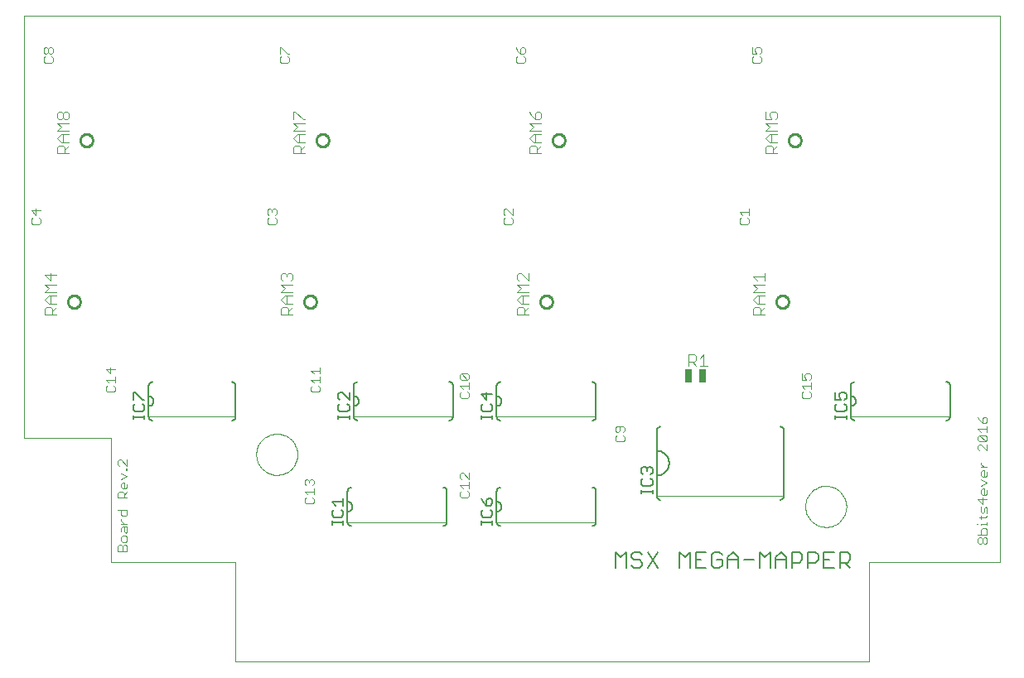
<source format=gto>
G75*
%MOIN*%
%OFA0B0*%
%FSLAX24Y24*%
%IPPOS*%
%LPD*%
%AMOC8*
5,1,8,0,0,1.08239X$1,22.5*
%
%ADD10C,0.0000*%
%ADD11C,0.0060*%
%ADD12C,0.0030*%
%ADD13C,0.0020*%
%ADD14C,0.0050*%
%ADD15C,0.0100*%
%ADD16C,0.0040*%
%ADD17R,0.0256X0.0551*%
D10*
X005180Y005180D02*
X010180Y005180D01*
X010180Y001180D01*
X035680Y001180D01*
X035680Y005180D01*
X040930Y005180D01*
X040930Y027180D01*
X001680Y027180D01*
X001680Y010180D01*
X005180Y010180D01*
X005180Y005180D01*
X011009Y009534D02*
X011011Y009591D01*
X011017Y009648D01*
X011027Y009704D01*
X011040Y009760D01*
X011058Y009814D01*
X011079Y009867D01*
X011104Y009918D01*
X011132Y009968D01*
X011164Y010015D01*
X011198Y010061D01*
X011236Y010103D01*
X011277Y010143D01*
X011320Y010181D01*
X011366Y010215D01*
X011414Y010245D01*
X011464Y010273D01*
X011516Y010297D01*
X011570Y010317D01*
X011624Y010333D01*
X011680Y010346D01*
X011736Y010355D01*
X011793Y010360D01*
X011850Y010361D01*
X011907Y010358D01*
X011964Y010351D01*
X012020Y010340D01*
X012075Y010326D01*
X012129Y010307D01*
X012182Y010285D01*
X012233Y010260D01*
X012282Y010230D01*
X012329Y010198D01*
X012374Y010162D01*
X012416Y010124D01*
X012455Y010082D01*
X012491Y010038D01*
X012525Y009992D01*
X012555Y009943D01*
X012581Y009893D01*
X012604Y009841D01*
X012623Y009787D01*
X012639Y009732D01*
X012651Y009676D01*
X012659Y009619D01*
X012663Y009563D01*
X012663Y009505D01*
X012659Y009449D01*
X012651Y009392D01*
X012639Y009336D01*
X012623Y009281D01*
X012604Y009227D01*
X012581Y009175D01*
X012555Y009125D01*
X012525Y009076D01*
X012491Y009030D01*
X012455Y008986D01*
X012416Y008944D01*
X012374Y008906D01*
X012329Y008870D01*
X012282Y008838D01*
X012233Y008808D01*
X012182Y008783D01*
X012129Y008761D01*
X012075Y008742D01*
X012020Y008728D01*
X011964Y008717D01*
X011907Y008710D01*
X011850Y008707D01*
X011793Y008708D01*
X011736Y008713D01*
X011680Y008722D01*
X011624Y008735D01*
X011570Y008751D01*
X011516Y008771D01*
X011464Y008795D01*
X011414Y008823D01*
X011366Y008853D01*
X011320Y008887D01*
X011277Y008925D01*
X011236Y008965D01*
X011198Y009007D01*
X011164Y009053D01*
X011132Y009100D01*
X011104Y009150D01*
X011079Y009201D01*
X011058Y009254D01*
X011040Y009308D01*
X011027Y009364D01*
X011017Y009420D01*
X011011Y009477D01*
X011009Y009534D01*
X033098Y007435D02*
X033100Y007492D01*
X033106Y007549D01*
X033116Y007605D01*
X033129Y007661D01*
X033147Y007715D01*
X033168Y007768D01*
X033193Y007819D01*
X033221Y007869D01*
X033253Y007916D01*
X033287Y007962D01*
X033325Y008004D01*
X033366Y008044D01*
X033409Y008082D01*
X033455Y008116D01*
X033503Y008146D01*
X033553Y008174D01*
X033605Y008198D01*
X033659Y008218D01*
X033713Y008234D01*
X033769Y008247D01*
X033825Y008256D01*
X033882Y008261D01*
X033939Y008262D01*
X033996Y008259D01*
X034053Y008252D01*
X034109Y008241D01*
X034164Y008227D01*
X034218Y008208D01*
X034271Y008186D01*
X034322Y008161D01*
X034371Y008131D01*
X034418Y008099D01*
X034463Y008063D01*
X034505Y008025D01*
X034544Y007983D01*
X034580Y007939D01*
X034614Y007893D01*
X034644Y007844D01*
X034670Y007794D01*
X034693Y007742D01*
X034712Y007688D01*
X034728Y007633D01*
X034740Y007577D01*
X034748Y007520D01*
X034752Y007464D01*
X034752Y007406D01*
X034748Y007350D01*
X034740Y007293D01*
X034728Y007237D01*
X034712Y007182D01*
X034693Y007128D01*
X034670Y007076D01*
X034644Y007026D01*
X034614Y006977D01*
X034580Y006931D01*
X034544Y006887D01*
X034505Y006845D01*
X034463Y006807D01*
X034418Y006771D01*
X034371Y006739D01*
X034322Y006709D01*
X034271Y006684D01*
X034218Y006662D01*
X034164Y006643D01*
X034109Y006629D01*
X034053Y006618D01*
X033996Y006611D01*
X033939Y006608D01*
X033882Y006609D01*
X033825Y006614D01*
X033769Y006623D01*
X033713Y006636D01*
X033659Y006652D01*
X033605Y006672D01*
X033553Y006696D01*
X033503Y006724D01*
X033455Y006754D01*
X033409Y006788D01*
X033366Y006826D01*
X033325Y006866D01*
X033287Y006908D01*
X033253Y006954D01*
X033221Y007001D01*
X033193Y007051D01*
X033168Y007102D01*
X033147Y007155D01*
X033129Y007209D01*
X033116Y007265D01*
X033106Y007321D01*
X033100Y007378D01*
X033098Y007435D01*
D11*
X032240Y007860D02*
X032240Y010500D01*
X032238Y010523D01*
X032233Y010546D01*
X032224Y010568D01*
X032211Y010588D01*
X032196Y010606D01*
X032178Y010621D01*
X032158Y010634D01*
X032136Y010643D01*
X032113Y010648D01*
X032090Y010650D01*
X034930Y011060D02*
X034930Y011480D01*
X034930Y011880D01*
X034930Y012300D01*
X034932Y012323D01*
X034937Y012346D01*
X034946Y012368D01*
X034959Y012388D01*
X034974Y012406D01*
X034992Y012421D01*
X035012Y012434D01*
X035034Y012443D01*
X035057Y012448D01*
X035080Y012450D01*
X034930Y011880D02*
X034957Y011878D01*
X034984Y011873D01*
X035010Y011863D01*
X035034Y011851D01*
X035056Y011835D01*
X035076Y011817D01*
X035093Y011795D01*
X035108Y011772D01*
X035118Y011747D01*
X035126Y011721D01*
X035130Y011694D01*
X035130Y011666D01*
X035126Y011639D01*
X035118Y011613D01*
X035108Y011588D01*
X035093Y011565D01*
X035076Y011543D01*
X035056Y011525D01*
X035034Y011509D01*
X035010Y011497D01*
X034984Y011487D01*
X034957Y011482D01*
X034930Y011480D01*
X034930Y011060D02*
X034932Y011037D01*
X034937Y011014D01*
X034946Y010992D01*
X034959Y010972D01*
X034974Y010954D01*
X034992Y010939D01*
X035012Y010926D01*
X035034Y010917D01*
X035057Y010912D01*
X035080Y010910D01*
X038780Y010910D02*
X038803Y010912D01*
X038826Y010917D01*
X038848Y010926D01*
X038868Y010939D01*
X038886Y010954D01*
X038901Y010972D01*
X038914Y010992D01*
X038923Y011014D01*
X038928Y011037D01*
X038930Y011060D01*
X038930Y012300D01*
X038928Y012323D01*
X038923Y012346D01*
X038914Y012368D01*
X038901Y012388D01*
X038886Y012406D01*
X038868Y012421D01*
X038848Y012434D01*
X038826Y012443D01*
X038803Y012448D01*
X038780Y012450D01*
X032240Y007860D02*
X032238Y007837D01*
X032233Y007814D01*
X032224Y007792D01*
X032211Y007772D01*
X032196Y007754D01*
X032178Y007739D01*
X032158Y007726D01*
X032136Y007717D01*
X032113Y007712D01*
X032090Y007710D01*
X032119Y005601D02*
X032333Y005387D01*
X032333Y004960D01*
X032550Y004960D02*
X032550Y005601D01*
X032870Y005601D01*
X032977Y005494D01*
X032977Y005280D01*
X032870Y005174D01*
X032550Y005174D01*
X032333Y005280D02*
X031905Y005280D01*
X031905Y005387D02*
X032119Y005601D01*
X031905Y005387D02*
X031905Y004960D01*
X031688Y004960D02*
X031688Y005601D01*
X031474Y005387D01*
X031261Y005601D01*
X031261Y004960D01*
X031043Y005280D02*
X030616Y005280D01*
X030399Y005280D02*
X029972Y005280D01*
X029972Y005387D02*
X030185Y005601D01*
X030399Y005387D01*
X030399Y004960D01*
X029972Y004960D02*
X029972Y005387D01*
X029754Y005280D02*
X029541Y005280D01*
X029754Y005280D02*
X029754Y005067D01*
X029648Y004960D01*
X029434Y004960D01*
X029327Y005067D01*
X029327Y005494D01*
X029434Y005601D01*
X029648Y005601D01*
X029754Y005494D01*
X029110Y005601D02*
X028683Y005601D01*
X028683Y004960D01*
X029110Y004960D01*
X028896Y005280D02*
X028683Y005280D01*
X028465Y004960D02*
X028465Y005601D01*
X028252Y005387D01*
X028038Y005601D01*
X028038Y004960D01*
X027176Y004960D02*
X026749Y005601D01*
X026532Y005494D02*
X026425Y005601D01*
X026211Y005601D01*
X026105Y005494D01*
X026105Y005387D01*
X026211Y005280D01*
X026425Y005280D01*
X026532Y005174D01*
X026532Y005067D01*
X026425Y004960D01*
X026211Y004960D01*
X026105Y005067D01*
X025887Y004960D02*
X025887Y005601D01*
X025674Y005387D01*
X025460Y005601D01*
X025460Y004960D01*
X026749Y004960D02*
X027176Y005601D01*
X024680Y006810D02*
X024680Y008050D01*
X024678Y008073D01*
X024673Y008096D01*
X024664Y008118D01*
X024651Y008138D01*
X024636Y008156D01*
X024618Y008171D01*
X024598Y008184D01*
X024576Y008193D01*
X024553Y008198D01*
X024530Y008200D01*
X024680Y006810D02*
X024678Y006787D01*
X024673Y006764D01*
X024664Y006742D01*
X024651Y006722D01*
X024636Y006704D01*
X024618Y006689D01*
X024598Y006676D01*
X024576Y006667D01*
X024553Y006662D01*
X024530Y006660D01*
X027120Y007860D02*
X027120Y008680D01*
X027120Y009680D01*
X027120Y010500D01*
X027122Y010523D01*
X027127Y010546D01*
X027136Y010568D01*
X027149Y010588D01*
X027164Y010606D01*
X027182Y010621D01*
X027202Y010634D01*
X027224Y010643D01*
X027247Y010648D01*
X027270Y010650D01*
X027120Y009680D02*
X027164Y009678D01*
X027207Y009672D01*
X027249Y009663D01*
X027291Y009650D01*
X027331Y009633D01*
X027370Y009613D01*
X027407Y009590D01*
X027441Y009563D01*
X027474Y009534D01*
X027503Y009501D01*
X027530Y009467D01*
X027553Y009430D01*
X027573Y009391D01*
X027590Y009351D01*
X027603Y009309D01*
X027612Y009267D01*
X027618Y009224D01*
X027620Y009180D01*
X027618Y009136D01*
X027612Y009093D01*
X027603Y009051D01*
X027590Y009009D01*
X027573Y008969D01*
X027553Y008930D01*
X027530Y008893D01*
X027503Y008859D01*
X027474Y008826D01*
X027441Y008797D01*
X027407Y008770D01*
X027370Y008747D01*
X027331Y008727D01*
X027291Y008710D01*
X027249Y008697D01*
X027207Y008688D01*
X027164Y008682D01*
X027120Y008680D01*
X027120Y007860D02*
X027122Y007837D01*
X027127Y007814D01*
X027136Y007792D01*
X027149Y007772D01*
X027164Y007754D01*
X027182Y007739D01*
X027202Y007726D01*
X027224Y007717D01*
X027247Y007712D01*
X027270Y007710D01*
X024680Y011060D02*
X024680Y012300D01*
X024678Y012323D01*
X024673Y012346D01*
X024664Y012368D01*
X024651Y012388D01*
X024636Y012406D01*
X024618Y012421D01*
X024598Y012434D01*
X024576Y012443D01*
X024553Y012448D01*
X024530Y012450D01*
X024680Y011060D02*
X024678Y011037D01*
X024673Y011014D01*
X024664Y010992D01*
X024651Y010972D01*
X024636Y010954D01*
X024618Y010939D01*
X024598Y010926D01*
X024576Y010917D01*
X024553Y010912D01*
X024530Y010910D01*
X020830Y010910D02*
X020807Y010912D01*
X020784Y010917D01*
X020762Y010926D01*
X020742Y010939D01*
X020724Y010954D01*
X020709Y010972D01*
X020696Y010992D01*
X020687Y011014D01*
X020682Y011037D01*
X020680Y011060D01*
X020680Y011480D01*
X020680Y011880D01*
X020680Y012300D01*
X020682Y012323D01*
X020687Y012346D01*
X020696Y012368D01*
X020709Y012388D01*
X020724Y012406D01*
X020742Y012421D01*
X020762Y012434D01*
X020784Y012443D01*
X020807Y012448D01*
X020830Y012450D01*
X020680Y011880D02*
X020707Y011878D01*
X020734Y011873D01*
X020760Y011863D01*
X020784Y011851D01*
X020806Y011835D01*
X020826Y011817D01*
X020843Y011795D01*
X020858Y011772D01*
X020868Y011747D01*
X020876Y011721D01*
X020880Y011694D01*
X020880Y011666D01*
X020876Y011639D01*
X020868Y011613D01*
X020858Y011588D01*
X020843Y011565D01*
X020826Y011543D01*
X020806Y011525D01*
X020784Y011509D01*
X020760Y011497D01*
X020734Y011487D01*
X020707Y011482D01*
X020680Y011480D01*
X018930Y011060D02*
X018930Y012300D01*
X018928Y012323D01*
X018923Y012346D01*
X018914Y012368D01*
X018901Y012388D01*
X018886Y012406D01*
X018868Y012421D01*
X018848Y012434D01*
X018826Y012443D01*
X018803Y012448D01*
X018780Y012450D01*
X018930Y011060D02*
X018928Y011037D01*
X018923Y011014D01*
X018914Y010992D01*
X018901Y010972D01*
X018886Y010954D01*
X018868Y010939D01*
X018848Y010926D01*
X018826Y010917D01*
X018803Y010912D01*
X018780Y010910D01*
X015080Y010910D02*
X015057Y010912D01*
X015034Y010917D01*
X015012Y010926D01*
X014992Y010939D01*
X014974Y010954D01*
X014959Y010972D01*
X014946Y010992D01*
X014937Y011014D01*
X014932Y011037D01*
X014930Y011060D01*
X014930Y011480D01*
X014930Y011880D01*
X014930Y012300D01*
X014932Y012323D01*
X014937Y012346D01*
X014946Y012368D01*
X014959Y012388D01*
X014974Y012406D01*
X014992Y012421D01*
X015012Y012434D01*
X015034Y012443D01*
X015057Y012448D01*
X015080Y012450D01*
X014930Y011880D02*
X014957Y011878D01*
X014984Y011873D01*
X015010Y011863D01*
X015034Y011851D01*
X015056Y011835D01*
X015076Y011817D01*
X015093Y011795D01*
X015108Y011772D01*
X015118Y011747D01*
X015126Y011721D01*
X015130Y011694D01*
X015130Y011666D01*
X015126Y011639D01*
X015118Y011613D01*
X015108Y011588D01*
X015093Y011565D01*
X015076Y011543D01*
X015056Y011525D01*
X015034Y011509D01*
X015010Y011497D01*
X014984Y011487D01*
X014957Y011482D01*
X014930Y011480D01*
X010180Y011060D02*
X010180Y012300D01*
X010178Y012323D01*
X010173Y012346D01*
X010164Y012368D01*
X010151Y012388D01*
X010136Y012406D01*
X010118Y012421D01*
X010098Y012434D01*
X010076Y012443D01*
X010053Y012448D01*
X010030Y012450D01*
X010180Y011060D02*
X010178Y011037D01*
X010173Y011014D01*
X010164Y010992D01*
X010151Y010972D01*
X010136Y010954D01*
X010118Y010939D01*
X010098Y010926D01*
X010076Y010917D01*
X010053Y010912D01*
X010030Y010910D01*
X006830Y010910D02*
X006807Y010912D01*
X006784Y010917D01*
X006762Y010926D01*
X006742Y010939D01*
X006724Y010954D01*
X006709Y010972D01*
X006696Y010992D01*
X006687Y011014D01*
X006682Y011037D01*
X006680Y011060D01*
X006680Y011480D01*
X006680Y011880D01*
X006680Y012300D01*
X006682Y012323D01*
X006687Y012346D01*
X006696Y012368D01*
X006709Y012388D01*
X006724Y012406D01*
X006742Y012421D01*
X006762Y012434D01*
X006784Y012443D01*
X006807Y012448D01*
X006830Y012450D01*
X006680Y011880D02*
X006707Y011878D01*
X006734Y011873D01*
X006760Y011863D01*
X006784Y011851D01*
X006806Y011835D01*
X006826Y011817D01*
X006843Y011795D01*
X006858Y011772D01*
X006868Y011747D01*
X006876Y011721D01*
X006880Y011694D01*
X006880Y011666D01*
X006876Y011639D01*
X006868Y011613D01*
X006858Y011588D01*
X006843Y011565D01*
X006826Y011543D01*
X006806Y011525D01*
X006784Y011509D01*
X006760Y011497D01*
X006734Y011487D01*
X006707Y011482D01*
X006680Y011480D01*
X014680Y008050D02*
X014680Y007630D01*
X014680Y007230D01*
X014680Y006810D01*
X014682Y006787D01*
X014687Y006764D01*
X014696Y006742D01*
X014709Y006722D01*
X014724Y006704D01*
X014742Y006689D01*
X014762Y006676D01*
X014784Y006667D01*
X014807Y006662D01*
X014830Y006660D01*
X014680Y007230D02*
X014707Y007232D01*
X014734Y007237D01*
X014760Y007247D01*
X014784Y007259D01*
X014806Y007275D01*
X014826Y007293D01*
X014843Y007315D01*
X014858Y007338D01*
X014868Y007363D01*
X014876Y007389D01*
X014880Y007416D01*
X014880Y007444D01*
X014876Y007471D01*
X014868Y007497D01*
X014858Y007522D01*
X014843Y007545D01*
X014826Y007567D01*
X014806Y007585D01*
X014784Y007601D01*
X014760Y007613D01*
X014734Y007623D01*
X014707Y007628D01*
X014680Y007630D01*
X014680Y008050D02*
X014682Y008073D01*
X014687Y008096D01*
X014696Y008118D01*
X014709Y008138D01*
X014724Y008156D01*
X014742Y008171D01*
X014762Y008184D01*
X014784Y008193D01*
X014807Y008198D01*
X014830Y008200D01*
X018530Y008200D02*
X018553Y008198D01*
X018576Y008193D01*
X018598Y008184D01*
X018618Y008171D01*
X018636Y008156D01*
X018651Y008138D01*
X018664Y008118D01*
X018673Y008096D01*
X018678Y008073D01*
X018680Y008050D01*
X018680Y006810D01*
X018678Y006787D01*
X018673Y006764D01*
X018664Y006742D01*
X018651Y006722D01*
X018636Y006704D01*
X018618Y006689D01*
X018598Y006676D01*
X018576Y006667D01*
X018553Y006662D01*
X018530Y006660D01*
X020680Y006810D02*
X020680Y007230D01*
X020680Y007630D01*
X020680Y008050D01*
X020682Y008073D01*
X020687Y008096D01*
X020696Y008118D01*
X020709Y008138D01*
X020724Y008156D01*
X020742Y008171D01*
X020762Y008184D01*
X020784Y008193D01*
X020807Y008198D01*
X020830Y008200D01*
X020680Y007630D02*
X020707Y007628D01*
X020734Y007623D01*
X020760Y007613D01*
X020784Y007601D01*
X020806Y007585D01*
X020826Y007567D01*
X020843Y007545D01*
X020858Y007522D01*
X020868Y007497D01*
X020876Y007471D01*
X020880Y007444D01*
X020880Y007416D01*
X020876Y007389D01*
X020868Y007363D01*
X020858Y007338D01*
X020843Y007315D01*
X020826Y007293D01*
X020806Y007275D01*
X020784Y007259D01*
X020760Y007247D01*
X020734Y007237D01*
X020707Y007232D01*
X020680Y007230D01*
X020680Y006810D02*
X020682Y006787D01*
X020687Y006764D01*
X020696Y006742D01*
X020709Y006722D01*
X020724Y006704D01*
X020742Y006689D01*
X020762Y006676D01*
X020784Y006667D01*
X020807Y006662D01*
X020830Y006660D01*
X033195Y005601D02*
X033195Y004960D01*
X033195Y005174D02*
X033515Y005174D01*
X033622Y005280D01*
X033622Y005494D01*
X033515Y005601D01*
X033195Y005601D01*
X033839Y005601D02*
X033839Y004960D01*
X034266Y004960D01*
X034484Y004960D02*
X034484Y005601D01*
X034804Y005601D01*
X034911Y005494D01*
X034911Y005280D01*
X034804Y005174D01*
X034484Y005174D01*
X034697Y005174D02*
X034911Y004960D01*
X034266Y005601D02*
X033839Y005601D01*
X033839Y005280D02*
X034053Y005280D01*
D12*
X040045Y006007D02*
X040106Y005945D01*
X040168Y005945D01*
X040230Y006007D01*
X040230Y006130D01*
X040292Y006192D01*
X040353Y006192D01*
X040415Y006130D01*
X040415Y006007D01*
X040353Y005945D01*
X040292Y005945D01*
X040230Y006007D01*
X040230Y006130D02*
X040168Y006192D01*
X040106Y006192D01*
X040045Y006130D01*
X040045Y006007D01*
X040045Y006313D02*
X040415Y006313D01*
X040415Y006498D01*
X040353Y006560D01*
X040230Y006560D01*
X040168Y006498D01*
X040168Y006313D01*
X040168Y006682D02*
X040168Y006743D01*
X040415Y006743D01*
X040415Y006682D02*
X040415Y006805D01*
X040353Y006989D02*
X040106Y006989D01*
X040168Y006927D02*
X040168Y007051D01*
X040230Y007173D02*
X040168Y007234D01*
X040168Y007420D01*
X040230Y007541D02*
X040230Y007788D01*
X040230Y007909D02*
X040168Y007971D01*
X040168Y008095D01*
X040230Y008156D01*
X040292Y008156D01*
X040292Y007909D01*
X040353Y007909D02*
X040230Y007909D01*
X040353Y007909D02*
X040415Y007971D01*
X040415Y008095D01*
X040415Y008401D02*
X040168Y008278D01*
X040168Y008525D02*
X040415Y008401D01*
X040353Y008646D02*
X040230Y008646D01*
X040168Y008708D01*
X040168Y008831D01*
X040230Y008893D01*
X040292Y008893D01*
X040292Y008646D01*
X040353Y008646D02*
X040415Y008708D01*
X040415Y008831D01*
X040415Y009014D02*
X040168Y009014D01*
X040292Y009014D02*
X040168Y009138D01*
X040168Y009199D01*
X040106Y009690D02*
X040045Y009751D01*
X040045Y009875D01*
X040106Y009936D01*
X040168Y009936D01*
X040415Y009690D01*
X040415Y009936D01*
X040353Y010058D02*
X040106Y010305D01*
X040353Y010305D01*
X040415Y010243D01*
X040415Y010120D01*
X040353Y010058D01*
X040106Y010058D01*
X040045Y010120D01*
X040045Y010243D01*
X040106Y010305D01*
X040168Y010426D02*
X040045Y010550D01*
X040415Y010550D01*
X040415Y010673D02*
X040415Y010426D01*
X040353Y010794D02*
X040230Y010794D01*
X040230Y010980D01*
X040292Y011041D01*
X040353Y011041D01*
X040415Y010980D01*
X040415Y010856D01*
X040353Y010794D01*
X040230Y010794D02*
X040106Y010918D01*
X040045Y011041D01*
X040045Y007726D02*
X040230Y007541D01*
X040353Y007420D02*
X040292Y007358D01*
X040292Y007234D01*
X040230Y007173D01*
X040415Y007173D02*
X040415Y007358D01*
X040353Y007420D01*
X040415Y007726D02*
X040045Y007726D01*
X040415Y007051D02*
X040353Y006989D01*
X040045Y006743D02*
X039983Y006743D01*
X033321Y011863D02*
X033321Y011986D01*
X033259Y012048D01*
X033321Y012170D02*
X033321Y012416D01*
X033321Y012293D02*
X032950Y012293D01*
X033074Y012170D01*
X033012Y012048D02*
X032950Y011986D01*
X032950Y011863D01*
X033012Y011801D01*
X033259Y011801D01*
X033321Y011863D01*
X033259Y012538D02*
X033321Y012600D01*
X033321Y012723D01*
X033259Y012785D01*
X033135Y012785D01*
X033074Y012723D01*
X033074Y012661D01*
X033135Y012538D01*
X032950Y012538D01*
X032950Y012785D01*
X025821Y010605D02*
X025821Y010481D01*
X025759Y010420D01*
X025759Y010298D02*
X025821Y010236D01*
X025821Y010113D01*
X025759Y010051D01*
X025512Y010051D01*
X025450Y010113D01*
X025450Y010236D01*
X025512Y010298D01*
X025512Y010420D02*
X025574Y010420D01*
X025635Y010481D01*
X025635Y010666D01*
X025512Y010666D02*
X025450Y010605D01*
X025450Y010481D01*
X025512Y010420D01*
X025512Y010666D02*
X025759Y010666D01*
X025821Y010605D01*
X019571Y011863D02*
X019571Y011986D01*
X019509Y012048D01*
X019571Y012170D02*
X019571Y012416D01*
X019571Y012293D02*
X019200Y012293D01*
X019324Y012170D01*
X019262Y012048D02*
X019200Y011986D01*
X019200Y011863D01*
X019262Y011801D01*
X019509Y011801D01*
X019571Y011863D01*
X019509Y012538D02*
X019262Y012538D01*
X019200Y012600D01*
X019200Y012723D01*
X019262Y012785D01*
X019509Y012538D01*
X019571Y012600D01*
X019571Y012723D01*
X019509Y012785D01*
X019262Y012785D01*
X013571Y012788D02*
X013571Y013035D01*
X013571Y012911D02*
X013200Y012911D01*
X013324Y012788D01*
X013200Y012543D02*
X013571Y012543D01*
X013571Y012420D02*
X013571Y012666D01*
X013324Y012420D02*
X013200Y012543D01*
X013262Y012298D02*
X013200Y012236D01*
X013200Y012113D01*
X013262Y012051D01*
X013509Y012051D01*
X013571Y012113D01*
X013571Y012236D01*
X013509Y012298D01*
X013259Y008535D02*
X013321Y008473D01*
X013321Y008350D01*
X013259Y008288D01*
X013321Y008166D02*
X013321Y007920D01*
X013321Y008043D02*
X012950Y008043D01*
X013074Y007920D01*
X013012Y007798D02*
X012950Y007736D01*
X012950Y007613D01*
X013012Y007551D01*
X013259Y007551D01*
X013321Y007613D01*
X013321Y007736D01*
X013259Y007798D01*
X013012Y008288D02*
X012950Y008350D01*
X012950Y008473D01*
X013012Y008535D01*
X013074Y008535D01*
X013135Y008473D01*
X013197Y008535D01*
X013259Y008535D01*
X013135Y008473D02*
X013135Y008411D01*
X019200Y008293D02*
X019571Y008293D01*
X019571Y008170D02*
X019571Y008416D01*
X019571Y008538D02*
X019324Y008785D01*
X019262Y008785D01*
X019200Y008723D01*
X019200Y008600D01*
X019262Y008538D01*
X019200Y008293D02*
X019324Y008170D01*
X019262Y008048D02*
X019200Y007986D01*
X019200Y007863D01*
X019262Y007801D01*
X019509Y007801D01*
X019571Y007863D01*
X019571Y007986D01*
X019509Y008048D01*
X019571Y008538D02*
X019571Y008785D01*
X005815Y008893D02*
X005815Y008954D01*
X005753Y008954D01*
X005753Y008893D01*
X005815Y008893D01*
X005815Y009077D02*
X005568Y009324D01*
X005506Y009324D01*
X005445Y009262D01*
X005445Y009138D01*
X005506Y009077D01*
X005815Y009077D02*
X005815Y009324D01*
X005568Y008771D02*
X005815Y008648D01*
X005568Y008524D01*
X005630Y008403D02*
X005568Y008341D01*
X005568Y008218D01*
X005630Y008156D01*
X005753Y008156D01*
X005815Y008218D01*
X005815Y008341D01*
X005692Y008403D02*
X005692Y008156D01*
X005630Y008034D02*
X005692Y007973D01*
X005692Y007788D01*
X005815Y007788D02*
X005445Y007788D01*
X005445Y007973D01*
X005506Y008034D01*
X005630Y008034D01*
X005692Y007911D02*
X005815Y008034D01*
X005692Y008403D02*
X005630Y008403D01*
X005568Y007298D02*
X005568Y007113D01*
X005630Y007051D01*
X005753Y007051D01*
X005815Y007113D01*
X005815Y007298D01*
X005445Y007298D01*
X005568Y006929D02*
X005568Y006867D01*
X005692Y006744D01*
X005692Y006623D02*
X005692Y006437D01*
X005753Y006376D01*
X005815Y006437D01*
X005815Y006623D01*
X005630Y006623D01*
X005568Y006561D01*
X005568Y006437D01*
X005630Y006254D02*
X005568Y006193D01*
X005568Y006069D01*
X005630Y006007D01*
X005753Y006007D01*
X005815Y006069D01*
X005815Y006193D01*
X005753Y006254D01*
X005630Y006254D01*
X005568Y006744D02*
X005815Y006744D01*
X005753Y005886D02*
X005815Y005824D01*
X005815Y005639D01*
X005445Y005639D01*
X005445Y005824D01*
X005506Y005886D01*
X005568Y005886D01*
X005630Y005824D01*
X005630Y005639D01*
X005630Y005824D02*
X005692Y005886D01*
X005753Y005886D01*
X005259Y012051D02*
X005012Y012051D01*
X004950Y012113D01*
X004950Y012236D01*
X005012Y012298D01*
X005074Y012420D02*
X004950Y012543D01*
X005321Y012543D01*
X005321Y012420D02*
X005321Y012666D01*
X005135Y012788D02*
X005135Y013035D01*
X004950Y012973D02*
X005135Y012788D01*
X004950Y012973D02*
X005321Y012973D01*
X005259Y012298D02*
X005321Y012236D01*
X005321Y012113D01*
X005259Y012051D01*
X002259Y018801D02*
X002012Y018801D01*
X001950Y018863D01*
X001950Y018986D01*
X002012Y019048D01*
X002135Y019170D02*
X002135Y019416D01*
X001950Y019355D02*
X002135Y019170D01*
X002259Y019048D02*
X002321Y018986D01*
X002321Y018863D01*
X002259Y018801D01*
X002321Y019355D02*
X001950Y019355D01*
X002512Y025301D02*
X002759Y025301D01*
X002821Y025363D01*
X002821Y025486D01*
X002759Y025548D01*
X002759Y025670D02*
X002697Y025670D01*
X002635Y025731D01*
X002635Y025855D01*
X002697Y025916D01*
X002759Y025916D01*
X002821Y025855D01*
X002821Y025731D01*
X002759Y025670D01*
X002635Y025731D02*
X002574Y025670D01*
X002512Y025670D01*
X002450Y025731D01*
X002450Y025855D01*
X002512Y025916D01*
X002574Y025916D01*
X002635Y025855D01*
X002512Y025548D02*
X002450Y025486D01*
X002450Y025363D01*
X002512Y025301D01*
X011450Y019355D02*
X011512Y019416D01*
X011574Y019416D01*
X011635Y019355D01*
X011697Y019416D01*
X011759Y019416D01*
X011821Y019355D01*
X011821Y019231D01*
X011759Y019170D01*
X011759Y019048D02*
X011821Y018986D01*
X011821Y018863D01*
X011759Y018801D01*
X011512Y018801D01*
X011450Y018863D01*
X011450Y018986D01*
X011512Y019048D01*
X011512Y019170D02*
X011450Y019231D01*
X011450Y019355D01*
X011635Y019355D02*
X011635Y019293D01*
X012012Y025301D02*
X011950Y025363D01*
X011950Y025486D01*
X012012Y025548D01*
X011950Y025670D02*
X011950Y025916D01*
X012012Y025916D01*
X012259Y025670D01*
X012321Y025670D01*
X012259Y025548D02*
X012321Y025486D01*
X012321Y025363D01*
X012259Y025301D01*
X012012Y025301D01*
X020950Y019355D02*
X020950Y019231D01*
X021012Y019170D01*
X021012Y019048D02*
X020950Y018986D01*
X020950Y018863D01*
X021012Y018801D01*
X021259Y018801D01*
X021321Y018863D01*
X021321Y018986D01*
X021259Y019048D01*
X021321Y019170D02*
X021074Y019416D01*
X021012Y019416D01*
X020950Y019355D01*
X021321Y019416D02*
X021321Y019170D01*
X021512Y025301D02*
X021759Y025301D01*
X021821Y025363D01*
X021821Y025486D01*
X021759Y025548D01*
X021759Y025670D02*
X021821Y025731D01*
X021821Y025855D01*
X021759Y025916D01*
X021697Y025916D01*
X021635Y025855D01*
X021635Y025670D01*
X021759Y025670D01*
X021635Y025670D02*
X021512Y025793D01*
X021450Y025916D01*
X021512Y025548D02*
X021450Y025486D01*
X021450Y025363D01*
X021512Y025301D01*
X030450Y019293D02*
X030821Y019293D01*
X030821Y019170D02*
X030821Y019416D01*
X030574Y019170D02*
X030450Y019293D01*
X030512Y019048D02*
X030450Y018986D01*
X030450Y018863D01*
X030512Y018801D01*
X030759Y018801D01*
X030821Y018863D01*
X030821Y018986D01*
X030759Y019048D01*
X031012Y025301D02*
X031259Y025301D01*
X031321Y025363D01*
X031321Y025486D01*
X031259Y025548D01*
X031259Y025670D02*
X031321Y025731D01*
X031321Y025855D01*
X031259Y025916D01*
X031135Y025916D01*
X031074Y025855D01*
X031074Y025793D01*
X031135Y025670D01*
X030950Y025670D01*
X030950Y025916D01*
X031012Y025548D02*
X030950Y025486D01*
X030950Y025363D01*
X031012Y025301D01*
D13*
X034930Y011050D02*
X038930Y011050D01*
X032230Y007850D02*
X027130Y007850D01*
X024680Y006800D02*
X020680Y006800D01*
X018680Y006800D02*
X014680Y006800D01*
X014930Y011050D02*
X018930Y011050D01*
X020680Y011050D02*
X024680Y011050D01*
X010180Y011050D02*
X006680Y011050D01*
D14*
X006505Y011030D02*
X006055Y011030D01*
X006055Y010955D02*
X006055Y011105D01*
X006130Y011262D02*
X006430Y011262D01*
X006505Y011337D01*
X006505Y011487D01*
X006430Y011562D01*
X006430Y011722D02*
X006505Y011722D01*
X006430Y011722D02*
X006130Y012023D01*
X006055Y012023D01*
X006055Y011722D01*
X006130Y011562D02*
X006055Y011487D01*
X006055Y011337D01*
X006130Y011262D01*
X006505Y011105D02*
X006505Y010955D01*
X014055Y007622D02*
X014505Y007622D01*
X014505Y007472D02*
X014505Y007773D01*
X014205Y007472D02*
X014055Y007622D01*
X014130Y007312D02*
X014055Y007237D01*
X014055Y007087D01*
X014130Y007012D01*
X014430Y007012D01*
X014505Y007087D01*
X014505Y007237D01*
X014430Y007312D01*
X014505Y006855D02*
X014505Y006705D01*
X014505Y006780D02*
X014055Y006780D01*
X014055Y006705D02*
X014055Y006855D01*
X014305Y010955D02*
X014305Y011105D01*
X014305Y011030D02*
X014755Y011030D01*
X014755Y010955D02*
X014755Y011105D01*
X014680Y011262D02*
X014755Y011337D01*
X014755Y011487D01*
X014680Y011562D01*
X014755Y011722D02*
X014455Y012023D01*
X014380Y012023D01*
X014305Y011948D01*
X014305Y011797D01*
X014380Y011722D01*
X014380Y011562D02*
X014305Y011487D01*
X014305Y011337D01*
X014380Y011262D01*
X014680Y011262D01*
X014755Y011722D02*
X014755Y012023D01*
X020055Y011948D02*
X020280Y011722D01*
X020280Y012023D01*
X020505Y011948D02*
X020055Y011948D01*
X020130Y011562D02*
X020055Y011487D01*
X020055Y011337D01*
X020130Y011262D01*
X020430Y011262D01*
X020505Y011337D01*
X020505Y011487D01*
X020430Y011562D01*
X020505Y011105D02*
X020505Y010955D01*
X020505Y011030D02*
X020055Y011030D01*
X020055Y010955D02*
X020055Y011105D01*
X020055Y007773D02*
X020130Y007622D01*
X020280Y007472D01*
X020280Y007698D01*
X020355Y007773D01*
X020430Y007773D01*
X020505Y007698D01*
X020505Y007547D01*
X020430Y007472D01*
X020280Y007472D01*
X020430Y007312D02*
X020505Y007237D01*
X020505Y007087D01*
X020430Y007012D01*
X020130Y007012D01*
X020055Y007087D01*
X020055Y007237D01*
X020130Y007312D01*
X020055Y006855D02*
X020055Y006705D01*
X020055Y006780D02*
X020505Y006780D01*
X020505Y006705D02*
X020505Y006855D01*
X026505Y007955D02*
X026505Y008105D01*
X026505Y008030D02*
X026955Y008030D01*
X026955Y007955D02*
X026955Y008105D01*
X026880Y008262D02*
X026955Y008337D01*
X026955Y008487D01*
X026880Y008562D01*
X026880Y008722D02*
X026955Y008797D01*
X026955Y008948D01*
X026880Y009023D01*
X026805Y009023D01*
X026730Y008948D01*
X026730Y008872D01*
X026730Y008948D02*
X026655Y009023D01*
X026580Y009023D01*
X026505Y008948D01*
X026505Y008797D01*
X026580Y008722D01*
X026580Y008562D02*
X026505Y008487D01*
X026505Y008337D01*
X026580Y008262D01*
X026880Y008262D01*
X034305Y010955D02*
X034305Y011105D01*
X034305Y011030D02*
X034755Y011030D01*
X034755Y010955D02*
X034755Y011105D01*
X034680Y011262D02*
X034755Y011337D01*
X034755Y011487D01*
X034680Y011562D01*
X034680Y011722D02*
X034755Y011797D01*
X034755Y011948D01*
X034680Y012023D01*
X034530Y012023D01*
X034455Y011948D01*
X034455Y011872D01*
X034530Y011722D01*
X034305Y011722D01*
X034305Y012023D01*
X034380Y011562D02*
X034305Y011487D01*
X034305Y011337D01*
X034380Y011262D01*
X034680Y011262D01*
D15*
X031930Y015680D02*
X031932Y015711D01*
X031938Y015742D01*
X031948Y015772D01*
X031961Y015800D01*
X031978Y015827D01*
X031998Y015851D01*
X032021Y015873D01*
X032046Y015891D01*
X032074Y015906D01*
X032103Y015918D01*
X032133Y015926D01*
X032164Y015930D01*
X032196Y015930D01*
X032227Y015926D01*
X032257Y015918D01*
X032286Y015906D01*
X032314Y015891D01*
X032339Y015873D01*
X032362Y015851D01*
X032382Y015827D01*
X032399Y015800D01*
X032412Y015772D01*
X032422Y015742D01*
X032428Y015711D01*
X032430Y015680D01*
X032428Y015649D01*
X032422Y015618D01*
X032412Y015588D01*
X032399Y015560D01*
X032382Y015533D01*
X032362Y015509D01*
X032339Y015487D01*
X032314Y015469D01*
X032286Y015454D01*
X032257Y015442D01*
X032227Y015434D01*
X032196Y015430D01*
X032164Y015430D01*
X032133Y015434D01*
X032103Y015442D01*
X032074Y015454D01*
X032046Y015469D01*
X032021Y015487D01*
X031998Y015509D01*
X031978Y015533D01*
X031961Y015560D01*
X031948Y015588D01*
X031938Y015618D01*
X031932Y015649D01*
X031930Y015680D01*
X022430Y015680D02*
X022432Y015711D01*
X022438Y015742D01*
X022448Y015772D01*
X022461Y015800D01*
X022478Y015827D01*
X022498Y015851D01*
X022521Y015873D01*
X022546Y015891D01*
X022574Y015906D01*
X022603Y015918D01*
X022633Y015926D01*
X022664Y015930D01*
X022696Y015930D01*
X022727Y015926D01*
X022757Y015918D01*
X022786Y015906D01*
X022814Y015891D01*
X022839Y015873D01*
X022862Y015851D01*
X022882Y015827D01*
X022899Y015800D01*
X022912Y015772D01*
X022922Y015742D01*
X022928Y015711D01*
X022930Y015680D01*
X022928Y015649D01*
X022922Y015618D01*
X022912Y015588D01*
X022899Y015560D01*
X022882Y015533D01*
X022862Y015509D01*
X022839Y015487D01*
X022814Y015469D01*
X022786Y015454D01*
X022757Y015442D01*
X022727Y015434D01*
X022696Y015430D01*
X022664Y015430D01*
X022633Y015434D01*
X022603Y015442D01*
X022574Y015454D01*
X022546Y015469D01*
X022521Y015487D01*
X022498Y015509D01*
X022478Y015533D01*
X022461Y015560D01*
X022448Y015588D01*
X022438Y015618D01*
X022432Y015649D01*
X022430Y015680D01*
X012930Y015680D02*
X012932Y015711D01*
X012938Y015742D01*
X012948Y015772D01*
X012961Y015800D01*
X012978Y015827D01*
X012998Y015851D01*
X013021Y015873D01*
X013046Y015891D01*
X013074Y015906D01*
X013103Y015918D01*
X013133Y015926D01*
X013164Y015930D01*
X013196Y015930D01*
X013227Y015926D01*
X013257Y015918D01*
X013286Y015906D01*
X013314Y015891D01*
X013339Y015873D01*
X013362Y015851D01*
X013382Y015827D01*
X013399Y015800D01*
X013412Y015772D01*
X013422Y015742D01*
X013428Y015711D01*
X013430Y015680D01*
X013428Y015649D01*
X013422Y015618D01*
X013412Y015588D01*
X013399Y015560D01*
X013382Y015533D01*
X013362Y015509D01*
X013339Y015487D01*
X013314Y015469D01*
X013286Y015454D01*
X013257Y015442D01*
X013227Y015434D01*
X013196Y015430D01*
X013164Y015430D01*
X013133Y015434D01*
X013103Y015442D01*
X013074Y015454D01*
X013046Y015469D01*
X013021Y015487D01*
X012998Y015509D01*
X012978Y015533D01*
X012961Y015560D01*
X012948Y015588D01*
X012938Y015618D01*
X012932Y015649D01*
X012930Y015680D01*
X003430Y015680D02*
X003432Y015711D01*
X003438Y015742D01*
X003448Y015772D01*
X003461Y015800D01*
X003478Y015827D01*
X003498Y015851D01*
X003521Y015873D01*
X003546Y015891D01*
X003574Y015906D01*
X003603Y015918D01*
X003633Y015926D01*
X003664Y015930D01*
X003696Y015930D01*
X003727Y015926D01*
X003757Y015918D01*
X003786Y015906D01*
X003814Y015891D01*
X003839Y015873D01*
X003862Y015851D01*
X003882Y015827D01*
X003899Y015800D01*
X003912Y015772D01*
X003922Y015742D01*
X003928Y015711D01*
X003930Y015680D01*
X003928Y015649D01*
X003922Y015618D01*
X003912Y015588D01*
X003899Y015560D01*
X003882Y015533D01*
X003862Y015509D01*
X003839Y015487D01*
X003814Y015469D01*
X003786Y015454D01*
X003757Y015442D01*
X003727Y015434D01*
X003696Y015430D01*
X003664Y015430D01*
X003633Y015434D01*
X003603Y015442D01*
X003574Y015454D01*
X003546Y015469D01*
X003521Y015487D01*
X003498Y015509D01*
X003478Y015533D01*
X003461Y015560D01*
X003448Y015588D01*
X003438Y015618D01*
X003432Y015649D01*
X003430Y015680D01*
X003930Y022180D02*
X003932Y022211D01*
X003938Y022242D01*
X003948Y022272D01*
X003961Y022300D01*
X003978Y022327D01*
X003998Y022351D01*
X004021Y022373D01*
X004046Y022391D01*
X004074Y022406D01*
X004103Y022418D01*
X004133Y022426D01*
X004164Y022430D01*
X004196Y022430D01*
X004227Y022426D01*
X004257Y022418D01*
X004286Y022406D01*
X004314Y022391D01*
X004339Y022373D01*
X004362Y022351D01*
X004382Y022327D01*
X004399Y022300D01*
X004412Y022272D01*
X004422Y022242D01*
X004428Y022211D01*
X004430Y022180D01*
X004428Y022149D01*
X004422Y022118D01*
X004412Y022088D01*
X004399Y022060D01*
X004382Y022033D01*
X004362Y022009D01*
X004339Y021987D01*
X004314Y021969D01*
X004286Y021954D01*
X004257Y021942D01*
X004227Y021934D01*
X004196Y021930D01*
X004164Y021930D01*
X004133Y021934D01*
X004103Y021942D01*
X004074Y021954D01*
X004046Y021969D01*
X004021Y021987D01*
X003998Y022009D01*
X003978Y022033D01*
X003961Y022060D01*
X003948Y022088D01*
X003938Y022118D01*
X003932Y022149D01*
X003930Y022180D01*
X013430Y022180D02*
X013432Y022211D01*
X013438Y022242D01*
X013448Y022272D01*
X013461Y022300D01*
X013478Y022327D01*
X013498Y022351D01*
X013521Y022373D01*
X013546Y022391D01*
X013574Y022406D01*
X013603Y022418D01*
X013633Y022426D01*
X013664Y022430D01*
X013696Y022430D01*
X013727Y022426D01*
X013757Y022418D01*
X013786Y022406D01*
X013814Y022391D01*
X013839Y022373D01*
X013862Y022351D01*
X013882Y022327D01*
X013899Y022300D01*
X013912Y022272D01*
X013922Y022242D01*
X013928Y022211D01*
X013930Y022180D01*
X013928Y022149D01*
X013922Y022118D01*
X013912Y022088D01*
X013899Y022060D01*
X013882Y022033D01*
X013862Y022009D01*
X013839Y021987D01*
X013814Y021969D01*
X013786Y021954D01*
X013757Y021942D01*
X013727Y021934D01*
X013696Y021930D01*
X013664Y021930D01*
X013633Y021934D01*
X013603Y021942D01*
X013574Y021954D01*
X013546Y021969D01*
X013521Y021987D01*
X013498Y022009D01*
X013478Y022033D01*
X013461Y022060D01*
X013448Y022088D01*
X013438Y022118D01*
X013432Y022149D01*
X013430Y022180D01*
X022930Y022180D02*
X022932Y022211D01*
X022938Y022242D01*
X022948Y022272D01*
X022961Y022300D01*
X022978Y022327D01*
X022998Y022351D01*
X023021Y022373D01*
X023046Y022391D01*
X023074Y022406D01*
X023103Y022418D01*
X023133Y022426D01*
X023164Y022430D01*
X023196Y022430D01*
X023227Y022426D01*
X023257Y022418D01*
X023286Y022406D01*
X023314Y022391D01*
X023339Y022373D01*
X023362Y022351D01*
X023382Y022327D01*
X023399Y022300D01*
X023412Y022272D01*
X023422Y022242D01*
X023428Y022211D01*
X023430Y022180D01*
X023428Y022149D01*
X023422Y022118D01*
X023412Y022088D01*
X023399Y022060D01*
X023382Y022033D01*
X023362Y022009D01*
X023339Y021987D01*
X023314Y021969D01*
X023286Y021954D01*
X023257Y021942D01*
X023227Y021934D01*
X023196Y021930D01*
X023164Y021930D01*
X023133Y021934D01*
X023103Y021942D01*
X023074Y021954D01*
X023046Y021969D01*
X023021Y021987D01*
X022998Y022009D01*
X022978Y022033D01*
X022961Y022060D01*
X022948Y022088D01*
X022938Y022118D01*
X022932Y022149D01*
X022930Y022180D01*
X032430Y022180D02*
X032432Y022211D01*
X032438Y022242D01*
X032448Y022272D01*
X032461Y022300D01*
X032478Y022327D01*
X032498Y022351D01*
X032521Y022373D01*
X032546Y022391D01*
X032574Y022406D01*
X032603Y022418D01*
X032633Y022426D01*
X032664Y022430D01*
X032696Y022430D01*
X032727Y022426D01*
X032757Y022418D01*
X032786Y022406D01*
X032814Y022391D01*
X032839Y022373D01*
X032862Y022351D01*
X032882Y022327D01*
X032899Y022300D01*
X032912Y022272D01*
X032922Y022242D01*
X032928Y022211D01*
X032930Y022180D01*
X032928Y022149D01*
X032922Y022118D01*
X032912Y022088D01*
X032899Y022060D01*
X032882Y022033D01*
X032862Y022009D01*
X032839Y021987D01*
X032814Y021969D01*
X032786Y021954D01*
X032757Y021942D01*
X032727Y021934D01*
X032696Y021930D01*
X032664Y021930D01*
X032633Y021934D01*
X032603Y021942D01*
X032574Y021954D01*
X032546Y021969D01*
X032521Y021987D01*
X032498Y022009D01*
X032478Y022033D01*
X032461Y022060D01*
X032448Y022088D01*
X032438Y022118D01*
X032432Y022149D01*
X032430Y022180D01*
D16*
X031960Y022110D02*
X031653Y022110D01*
X031500Y022264D01*
X031653Y022417D01*
X031960Y022417D01*
X031960Y022571D02*
X031500Y022571D01*
X031653Y022724D01*
X031500Y022878D01*
X031960Y022878D01*
X031883Y023031D02*
X031960Y023108D01*
X031960Y023261D01*
X031883Y023338D01*
X031730Y023338D01*
X031653Y023261D01*
X031653Y023185D01*
X031730Y023031D01*
X031500Y023031D01*
X031500Y023338D01*
X031730Y022417D02*
X031730Y022110D01*
X031730Y021957D02*
X031807Y021880D01*
X031807Y021650D01*
X031960Y021650D02*
X031500Y021650D01*
X031500Y021880D01*
X031576Y021957D01*
X031730Y021957D01*
X031807Y021803D02*
X031960Y021957D01*
X031460Y016838D02*
X031460Y016531D01*
X031460Y016378D02*
X031000Y016378D01*
X031153Y016224D01*
X031000Y016071D01*
X031460Y016071D01*
X031460Y015917D02*
X031153Y015917D01*
X031000Y015764D01*
X031153Y015610D01*
X031460Y015610D01*
X031460Y015457D02*
X031307Y015303D01*
X031307Y015380D02*
X031307Y015150D01*
X031460Y015150D02*
X031000Y015150D01*
X031000Y015380D01*
X031076Y015457D01*
X031230Y015457D01*
X031307Y015380D01*
X031230Y015610D02*
X031230Y015917D01*
X031153Y016531D02*
X031000Y016685D01*
X031460Y016685D01*
X029014Y013560D02*
X029014Y013100D01*
X029167Y013100D02*
X028860Y013100D01*
X028707Y013100D02*
X028553Y013253D01*
X028630Y013253D02*
X028400Y013253D01*
X028400Y013100D02*
X028400Y013560D01*
X028630Y013560D01*
X028707Y013484D01*
X028707Y013330D01*
X028630Y013253D01*
X028860Y013407D02*
X029014Y013560D01*
X021960Y015150D02*
X021500Y015150D01*
X021500Y015380D01*
X021576Y015457D01*
X021730Y015457D01*
X021807Y015380D01*
X021807Y015150D01*
X021807Y015303D02*
X021960Y015457D01*
X021960Y015610D02*
X021653Y015610D01*
X021500Y015764D01*
X021653Y015917D01*
X021960Y015917D01*
X021960Y016071D02*
X021500Y016071D01*
X021653Y016224D01*
X021500Y016378D01*
X021960Y016378D01*
X021960Y016531D02*
X021653Y016838D01*
X021576Y016838D01*
X021500Y016761D01*
X021500Y016608D01*
X021576Y016531D01*
X021960Y016531D02*
X021960Y016838D01*
X021730Y015917D02*
X021730Y015610D01*
X022000Y021650D02*
X022000Y021880D01*
X022076Y021957D01*
X022230Y021957D01*
X022307Y021880D01*
X022307Y021650D01*
X022460Y021650D02*
X022000Y021650D01*
X022307Y021803D02*
X022460Y021957D01*
X022460Y022110D02*
X022153Y022110D01*
X022000Y022264D01*
X022153Y022417D01*
X022460Y022417D01*
X022460Y022571D02*
X022000Y022571D01*
X022153Y022724D01*
X022000Y022878D01*
X022460Y022878D01*
X022383Y023031D02*
X022230Y023031D01*
X022230Y023261D01*
X022307Y023338D01*
X022383Y023338D01*
X022460Y023261D01*
X022460Y023108D01*
X022383Y023031D01*
X022230Y023031D02*
X022076Y023185D01*
X022000Y023338D01*
X022230Y022417D02*
X022230Y022110D01*
X012960Y022110D02*
X012653Y022110D01*
X012500Y022264D01*
X012653Y022417D01*
X012960Y022417D01*
X012960Y022571D02*
X012500Y022571D01*
X012653Y022724D01*
X012500Y022878D01*
X012960Y022878D01*
X012960Y023031D02*
X012883Y023031D01*
X012576Y023338D01*
X012500Y023338D01*
X012500Y023031D01*
X012730Y022417D02*
X012730Y022110D01*
X012730Y021957D02*
X012807Y021880D01*
X012807Y021650D01*
X012960Y021650D02*
X012500Y021650D01*
X012500Y021880D01*
X012576Y021957D01*
X012730Y021957D01*
X012807Y021803D02*
X012960Y021957D01*
X012383Y016838D02*
X012460Y016761D01*
X012460Y016608D01*
X012383Y016531D01*
X012460Y016378D02*
X012000Y016378D01*
X012153Y016224D01*
X012000Y016071D01*
X012460Y016071D01*
X012460Y015917D02*
X012153Y015917D01*
X012000Y015764D01*
X012153Y015610D01*
X012460Y015610D01*
X012460Y015457D02*
X012307Y015303D01*
X012307Y015380D02*
X012307Y015150D01*
X012460Y015150D02*
X012000Y015150D01*
X012000Y015380D01*
X012076Y015457D01*
X012230Y015457D01*
X012307Y015380D01*
X012230Y015610D02*
X012230Y015917D01*
X012076Y016531D02*
X012000Y016608D01*
X012000Y016761D01*
X012076Y016838D01*
X012153Y016838D01*
X012230Y016761D01*
X012307Y016838D01*
X012383Y016838D01*
X012230Y016761D02*
X012230Y016685D01*
X003460Y021650D02*
X003000Y021650D01*
X003000Y021880D01*
X003076Y021957D01*
X003230Y021957D01*
X003307Y021880D01*
X003307Y021650D01*
X003307Y021803D02*
X003460Y021957D01*
X003460Y022110D02*
X003153Y022110D01*
X003000Y022264D01*
X003153Y022417D01*
X003460Y022417D01*
X003460Y022571D02*
X003000Y022571D01*
X003153Y022724D01*
X003000Y022878D01*
X003460Y022878D01*
X003383Y023031D02*
X003307Y023031D01*
X003230Y023108D01*
X003230Y023261D01*
X003307Y023338D01*
X003383Y023338D01*
X003460Y023261D01*
X003460Y023108D01*
X003383Y023031D01*
X003230Y023108D02*
X003153Y023031D01*
X003076Y023031D01*
X003000Y023108D01*
X003000Y023261D01*
X003076Y023338D01*
X003153Y023338D01*
X003230Y023261D01*
X003230Y022417D02*
X003230Y022110D01*
X002730Y016838D02*
X002730Y016531D01*
X002500Y016761D01*
X002960Y016761D01*
X002960Y016378D02*
X002500Y016378D01*
X002653Y016224D01*
X002500Y016071D01*
X002960Y016071D01*
X002960Y015917D02*
X002653Y015917D01*
X002500Y015764D01*
X002653Y015610D01*
X002960Y015610D01*
X002960Y015457D02*
X002807Y015303D01*
X002807Y015380D02*
X002807Y015150D01*
X002960Y015150D02*
X002500Y015150D01*
X002500Y015380D01*
X002576Y015457D01*
X002730Y015457D01*
X002807Y015380D01*
X002730Y015610D02*
X002730Y015917D01*
D17*
X028388Y012681D03*
X028968Y012681D03*
M02*

</source>
